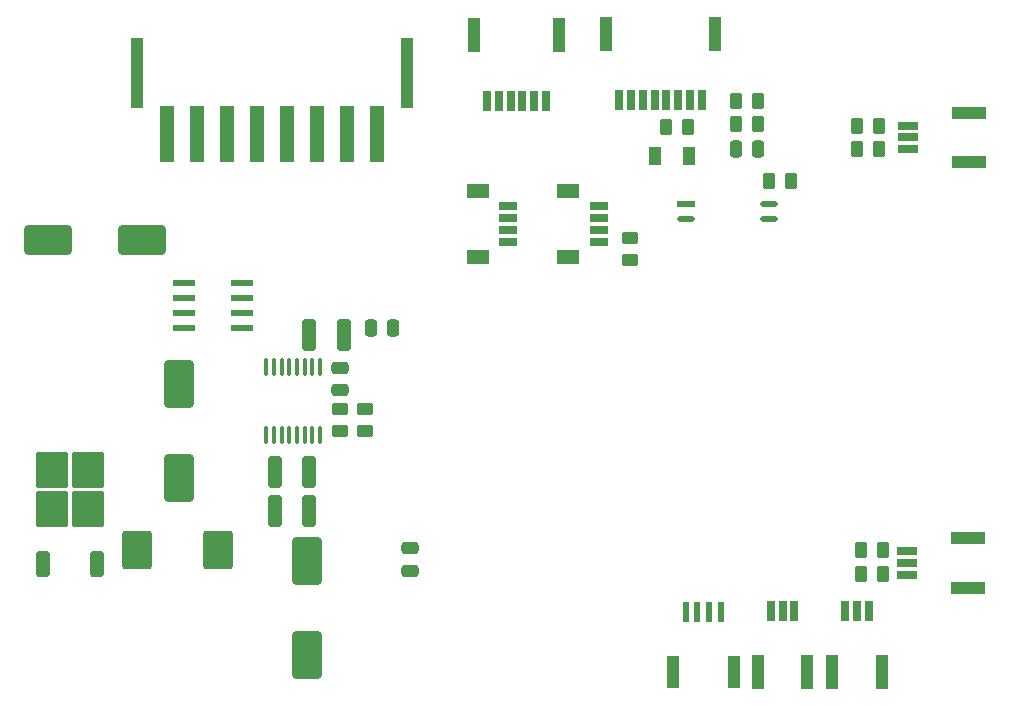
<source format=gbr>
%TF.GenerationSoftware,KiCad,Pcbnew,9.0.4*%
%TF.CreationDate,2025-11-20T14:20:26-08:00*%
%TF.ProjectId,camera_controller,63616d65-7261-45f6-936f-6e74726f6c6c,1.0*%
%TF.SameCoordinates,Original*%
%TF.FileFunction,Paste,Top*%
%TF.FilePolarity,Positive*%
%FSLAX46Y46*%
G04 Gerber Fmt 4.6, Leading zero omitted, Abs format (unit mm)*
G04 Created by KiCad (PCBNEW 9.0.4) date 2025-11-20 14:20:26*
%MOMM*%
%LPD*%
G01*
G04 APERTURE LIST*
G04 Aperture macros list*
%AMRoundRect*
0 Rectangle with rounded corners*
0 $1 Rounding radius*
0 $2 $3 $4 $5 $6 $7 $8 $9 X,Y pos of 4 corners*
0 Add a 4 corners polygon primitive as box body*
4,1,4,$2,$3,$4,$5,$6,$7,$8,$9,$2,$3,0*
0 Add four circle primitives for the rounded corners*
1,1,$1+$1,$2,$3*
1,1,$1+$1,$4,$5*
1,1,$1+$1,$6,$7*
1,1,$1+$1,$8,$9*
0 Add four rect primitives between the rounded corners*
20,1,$1+$1,$2,$3,$4,$5,0*
20,1,$1+$1,$4,$5,$6,$7,0*
20,1,$1+$1,$6,$7,$8,$9,0*
20,1,$1+$1,$8,$9,$2,$3,0*%
G04 Aperture macros list end*
%ADD10R,2.895600X1.092200*%
%ADD11R,1.803400X0.660400*%
%ADD12RoundRect,0.250000X-0.262500X-0.450000X0.262500X-0.450000X0.262500X0.450000X-0.262500X0.450000X0*%
%ADD13R,0.600000X1.700000*%
%ADD14R,1.000000X2.800000*%
%ADD15R,1.092200X2.895600*%
%ADD16R,0.660400X1.701800*%
%ADD17RoundRect,0.250000X-1.000000X1.750000X-1.000000X-1.750000X1.000000X-1.750000X1.000000X1.750000X0*%
%ADD18R,1.549400X0.660400*%
%ADD19R,1.905000X1.295400*%
%ADD20RoundRect,0.250000X0.250000X0.475000X-0.250000X0.475000X-0.250000X-0.475000X0.250000X-0.475000X0*%
%ADD21RoundRect,0.250000X-0.325000X-1.100000X0.325000X-1.100000X0.325000X1.100000X-0.325000X1.100000X0*%
%ADD22RoundRect,0.250000X0.262500X0.450000X-0.262500X0.450000X-0.262500X-0.450000X0.262500X-0.450000X0*%
%ADD23R,1.300000X4.700000*%
%ADD24R,1.100000X6.000000*%
%ADD25RoundRect,0.250000X0.450000X-0.262500X0.450000X0.262500X-0.450000X0.262500X-0.450000X-0.262500X0*%
%ADD26R,0.660400X1.803400*%
%ADD27RoundRect,0.250000X1.000000X-1.750000X1.000000X1.750000X-1.000000X1.750000X-1.000000X-1.750000X0*%
%ADD28RoundRect,0.250000X-0.450000X0.262500X-0.450000X-0.262500X0.450000X-0.262500X0.450000X0.262500X0*%
%ADD29RoundRect,0.250000X1.750000X1.000000X-1.750000X1.000000X-1.750000X-1.000000X1.750000X-1.000000X0*%
%ADD30RoundRect,0.250000X-0.250000X-0.475000X0.250000X-0.475000X0.250000X0.475000X-0.250000X0.475000X0*%
%ADD31RoundRect,0.100000X0.100000X-0.637500X0.100000X0.637500X-0.100000X0.637500X-0.100000X-0.637500X0*%
%ADD32R,1.981200X0.558800*%
%ADD33RoundRect,0.250000X-0.475000X0.250000X-0.475000X-0.250000X0.475000X-0.250000X0.475000X0.250000X0*%
%ADD34RoundRect,0.250000X-1.000000X1.400000X-1.000000X-1.400000X1.000000X-1.400000X1.000000X1.400000X0*%
%ADD35RoundRect,0.250000X0.475000X-0.250000X0.475000X0.250000X-0.475000X0.250000X-0.475000X-0.250000X0*%
%ADD36R,1.104900X1.498600*%
%ADD37R,1.524000X0.508000*%
%ADD38O,1.524000X0.508000*%
%ADD39RoundRect,0.250000X0.350000X-0.850000X0.350000X0.850000X-0.350000X0.850000X-0.350000X-0.850000X0*%
%ADD40RoundRect,0.250000X1.125000X-1.275000X1.125000X1.275000X-1.125000X1.275000X-1.125000X-1.275000X0*%
G04 APERTURE END LIST*
D10*
%TO.C,J6*%
X100453600Y-65400002D03*
X100453600Y-69599998D03*
D11*
X95303600Y-68500001D03*
X95303600Y-67500000D03*
X95303600Y-66499999D03*
%TD*%
D12*
%TO.C,R25*%
X80787500Y-28350000D03*
X82612500Y-28350000D03*
%TD*%
D13*
%TO.C,J13*%
X76525000Y-71600000D03*
X77525000Y-71600000D03*
X78525000Y-71600000D03*
X79525000Y-71600000D03*
D14*
X75425000Y-76750000D03*
X80625000Y-76750000D03*
%TD*%
D15*
%TO.C,J10*%
X69800000Y-22691426D03*
X79000000Y-22666660D03*
D16*
X70900000Y-28300000D03*
X71900000Y-28300000D03*
X72900001Y-28300000D03*
X73899999Y-28300000D03*
X74900000Y-28300000D03*
X75900000Y-28300000D03*
X76900000Y-28300000D03*
X77900000Y-28300000D03*
%TD*%
D17*
%TO.C,C1*%
X44500000Y-67300000D03*
X44500000Y-75300000D03*
%TD*%
D18*
%TO.C,J8*%
X69182201Y-40300000D03*
X69182201Y-39299999D03*
X69182201Y-38300001D03*
X69182201Y-37300000D03*
D19*
X66602201Y-41599999D03*
X66602201Y-36000001D03*
%TD*%
D20*
%TO.C,C4*%
X51750000Y-47600000D03*
X49850000Y-47600000D03*
%TD*%
D21*
%TO.C,C17*%
X41725000Y-59800000D03*
X44675000Y-59800000D03*
%TD*%
%TO.C,C16*%
X41725000Y-63100000D03*
X44675000Y-63100000D03*
%TD*%
D22*
%TO.C,R15*%
X92887500Y-32450000D03*
X91062500Y-32450000D03*
%TD*%
%TO.C,R18*%
X93212500Y-66400000D03*
X91387500Y-66400000D03*
%TD*%
%TO.C,R17*%
X93212500Y-68400000D03*
X91387500Y-68400000D03*
%TD*%
D23*
%TO.C,J9*%
X50420000Y-31150000D03*
X47880000Y-31150000D03*
X45340000Y-31150000D03*
X42800000Y-31150000D03*
X40260000Y-31150000D03*
X37720000Y-31150000D03*
X35180000Y-31150000D03*
X32640000Y-31150000D03*
D24*
X52960000Y-26000000D03*
X30100000Y-26000000D03*
%TD*%
D18*
%TO.C,J7*%
X61482200Y-40297799D03*
X61482200Y-39297798D03*
X61482200Y-38297800D03*
X61482200Y-37297799D03*
D19*
X58902200Y-41597798D03*
X58902200Y-35997800D03*
%TD*%
D25*
%TO.C,R19*%
X47300000Y-56312500D03*
X47300000Y-54487500D03*
%TD*%
D15*
%TO.C,J15*%
X93124996Y-76700000D03*
X88925000Y-76700000D03*
D26*
X90024997Y-71550000D03*
X91024998Y-71550000D03*
X92024999Y-71550000D03*
%TD*%
D27*
%TO.C,C2*%
X33600000Y-60300000D03*
X33600000Y-52300000D03*
%TD*%
D28*
%TO.C,R21*%
X71850000Y-39975000D03*
X71850000Y-41800000D03*
%TD*%
D29*
%TO.C,C11*%
X30507500Y-40160000D03*
X22507500Y-40160000D03*
%TD*%
D12*
%TO.C,R26*%
X80787500Y-30350000D03*
X82612500Y-30350000D03*
%TD*%
D21*
%TO.C,C3*%
X44625000Y-48200000D03*
X47575000Y-48200000D03*
%TD*%
D30*
%TO.C,C13*%
X80750000Y-32450000D03*
X82650000Y-32450000D03*
%TD*%
D31*
%TO.C,U4*%
X41025000Y-56662500D03*
X41675000Y-56662500D03*
X42325000Y-56662500D03*
X42975000Y-56662500D03*
X43625000Y-56662500D03*
X44275000Y-56662500D03*
X44925000Y-56662500D03*
X45575000Y-56662500D03*
X45575000Y-50937500D03*
X44925000Y-50937500D03*
X44275000Y-50937500D03*
X43625000Y-50937500D03*
X42975000Y-50937500D03*
X42325000Y-50937500D03*
X41675000Y-50937500D03*
X41025000Y-50937500D03*
%TD*%
D10*
%TO.C,J5*%
X100478600Y-29350002D03*
X100478600Y-33549998D03*
D11*
X95328600Y-32450001D03*
X95328600Y-31450000D03*
X95328600Y-30449999D03*
%TD*%
D32*
%TO.C,U6*%
X38963800Y-47626231D03*
X38963800Y-46356231D03*
X38963800Y-45086231D03*
X38963800Y-43816231D03*
X34036200Y-43816231D03*
X34036200Y-45086231D03*
X34036200Y-46356231D03*
X34036200Y-47626231D03*
%TD*%
D33*
%TO.C,C22*%
X53200000Y-66250000D03*
X53200000Y-68150000D03*
%TD*%
D15*
%TO.C,J11*%
X58600000Y-22744226D03*
X65800000Y-22744226D03*
D16*
X59700000Y-28352800D03*
X60700000Y-28352800D03*
X61700001Y-28352800D03*
X62699999Y-28352800D03*
X63700000Y-28352800D03*
X64700000Y-28352800D03*
%TD*%
D12*
%TO.C,R28*%
X83587500Y-35175000D03*
X85412500Y-35175000D03*
%TD*%
D22*
%TO.C,R16*%
X92887500Y-30450000D03*
X91062500Y-30450000D03*
%TD*%
D15*
%TO.C,J14*%
X86824996Y-76725000D03*
X82625000Y-76725000D03*
D26*
X83724997Y-71575000D03*
X84724998Y-71575000D03*
X85724999Y-71575000D03*
%TD*%
D12*
%TO.C,R27*%
X74887500Y-30600000D03*
X76712500Y-30600000D03*
%TD*%
D34*
%TO.C,CR1*%
X36900000Y-66400000D03*
X30100000Y-66400000D03*
%TD*%
D35*
%TO.C,C9*%
X47300000Y-52850000D03*
X47300000Y-50950000D03*
%TD*%
D36*
%TO.C,CR2*%
X73908550Y-33000000D03*
X76791450Y-33000000D03*
%TD*%
D37*
%TO.C,U7*%
X76575400Y-37065000D03*
D38*
X76575400Y-38335000D03*
X83585800Y-38335000D03*
X83585800Y-37065000D03*
%TD*%
D25*
%TO.C,R20*%
X49400000Y-56312500D03*
X49400000Y-54487500D03*
%TD*%
D39*
%TO.C,Q1*%
X22095000Y-67580000D03*
D40*
X22850000Y-62955000D03*
X25900000Y-62955000D03*
X22850000Y-59605000D03*
X25900000Y-59605000D03*
D39*
X26655000Y-67580000D03*
%TD*%
M02*

</source>
